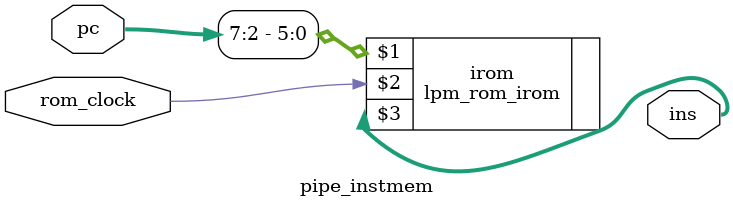
<source format=v>
module pipe_instmem (pc, ins, rom_clock);
input  [31:0] pc;
input         rom_clock;
output [31:0] ins;

lpm_rom_irom irom (pc[7:2],rom_clock,ins);
endmodule

</source>
